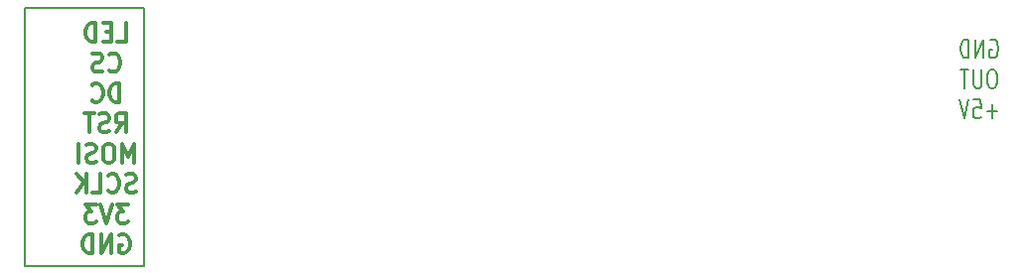
<source format=gbr>
%TF.GenerationSoftware,KiCad,Pcbnew,(6.0.10)*%
%TF.CreationDate,2023-01-15T02:07:26+01:00*%
%TF.ProjectId,obs-studio-controller,6f62732d-7374-4756-9469-6f2d636f6e74,rev?*%
%TF.SameCoordinates,Original*%
%TF.FileFunction,Legend,Bot*%
%TF.FilePolarity,Positive*%
%FSLAX46Y46*%
G04 Gerber Fmt 4.6, Leading zero omitted, Abs format (unit mm)*
G04 Created by KiCad (PCBNEW (6.0.10)) date 2023-01-15 02:07:26*
%MOMM*%
%LPD*%
G01*
G04 APERTURE LIST*
%ADD10C,0.150000*%
%ADD11C,0.200000*%
%ADD12C,0.300000*%
%ADD13C,2.100000*%
%ADD14C,1.800000*%
%ADD15O,2.300000X4.000000*%
%ADD16R,1.700000X1.700000*%
%ADD17O,1.700000X1.700000*%
%ADD18C,0.650000*%
%ADD19O,1.000000X2.100000*%
%ADD20O,1.000000X1.800000*%
G04 APERTURE END LIST*
D10*
X19250000Y-15800000D02*
X29350000Y-15800000D01*
X29350000Y-15800000D02*
X29350000Y-37800000D01*
X29350000Y-37800000D02*
X19250000Y-37800000D01*
X19250000Y-37800000D02*
X19250000Y-15800000D01*
D11*
X101514285Y-18574000D02*
X101628571Y-18497809D01*
X101800000Y-18497809D01*
X101971428Y-18574000D01*
X102085714Y-18726380D01*
X102142857Y-18878761D01*
X102200000Y-19183523D01*
X102200000Y-19412095D01*
X102142857Y-19716857D01*
X102085714Y-19869238D01*
X101971428Y-20021619D01*
X101800000Y-20097809D01*
X101685714Y-20097809D01*
X101514285Y-20021619D01*
X101457142Y-19945428D01*
X101457142Y-19412095D01*
X101685714Y-19412095D01*
X100942857Y-20097809D02*
X100942857Y-18497809D01*
X100257142Y-20097809D01*
X100257142Y-18497809D01*
X99685714Y-20097809D02*
X99685714Y-18497809D01*
X99400000Y-18497809D01*
X99228571Y-18574000D01*
X99114285Y-18726380D01*
X99057142Y-18878761D01*
X99000000Y-19183523D01*
X99000000Y-19412095D01*
X99057142Y-19716857D01*
X99114285Y-19869238D01*
X99228571Y-20021619D01*
X99400000Y-20097809D01*
X99685714Y-20097809D01*
X101800000Y-21073809D02*
X101571428Y-21073809D01*
X101457142Y-21150000D01*
X101342857Y-21302380D01*
X101285714Y-21607142D01*
X101285714Y-22140476D01*
X101342857Y-22445238D01*
X101457142Y-22597619D01*
X101571428Y-22673809D01*
X101800000Y-22673809D01*
X101914285Y-22597619D01*
X102028571Y-22445238D01*
X102085714Y-22140476D01*
X102085714Y-21607142D01*
X102028571Y-21302380D01*
X101914285Y-21150000D01*
X101800000Y-21073809D01*
X100771428Y-21073809D02*
X100771428Y-22369047D01*
X100714285Y-22521428D01*
X100657142Y-22597619D01*
X100542857Y-22673809D01*
X100314285Y-22673809D01*
X100200000Y-22597619D01*
X100142857Y-22521428D01*
X100085714Y-22369047D01*
X100085714Y-21073809D01*
X99685714Y-21073809D02*
X99000000Y-21073809D01*
X99342857Y-22673809D02*
X99342857Y-21073809D01*
X102142857Y-24640285D02*
X101228571Y-24640285D01*
X101685714Y-25249809D02*
X101685714Y-24030761D01*
X100085714Y-23649809D02*
X100657142Y-23649809D01*
X100714285Y-24411714D01*
X100657142Y-24335523D01*
X100542857Y-24259333D01*
X100257142Y-24259333D01*
X100142857Y-24335523D01*
X100085714Y-24411714D01*
X100028571Y-24564095D01*
X100028571Y-24945047D01*
X100085714Y-25097428D01*
X100142857Y-25173619D01*
X100257142Y-25249809D01*
X100542857Y-25249809D01*
X100657142Y-25173619D01*
X100714285Y-25097428D01*
X99685714Y-23649809D02*
X99285714Y-25249809D01*
X98885714Y-23649809D01*
D12*
X27114285Y-18707809D02*
X27828571Y-18707809D01*
X27828571Y-17107809D01*
X26614285Y-17869714D02*
X26114285Y-17869714D01*
X25900000Y-18707809D02*
X26614285Y-18707809D01*
X26614285Y-17107809D01*
X25900000Y-17107809D01*
X25257142Y-18707809D02*
X25257142Y-17107809D01*
X24900000Y-17107809D01*
X24685714Y-17184000D01*
X24542857Y-17336380D01*
X24471428Y-17488761D01*
X24400000Y-17793523D01*
X24400000Y-18022095D01*
X24471428Y-18326857D01*
X24542857Y-18479238D01*
X24685714Y-18631619D01*
X24900000Y-18707809D01*
X25257142Y-18707809D01*
X26400000Y-21131428D02*
X26471428Y-21207619D01*
X26685714Y-21283809D01*
X26828571Y-21283809D01*
X27042857Y-21207619D01*
X27185714Y-21055238D01*
X27257142Y-20902857D01*
X27328571Y-20598095D01*
X27328571Y-20369523D01*
X27257142Y-20064761D01*
X27185714Y-19912380D01*
X27042857Y-19760000D01*
X26828571Y-19683809D01*
X26685714Y-19683809D01*
X26471428Y-19760000D01*
X26400000Y-19836190D01*
X25828571Y-21207619D02*
X25614285Y-21283809D01*
X25257142Y-21283809D01*
X25114285Y-21207619D01*
X25042857Y-21131428D01*
X24971428Y-20979047D01*
X24971428Y-20826666D01*
X25042857Y-20674285D01*
X25114285Y-20598095D01*
X25257142Y-20521904D01*
X25542857Y-20445714D01*
X25685714Y-20369523D01*
X25757142Y-20293333D01*
X25828571Y-20140952D01*
X25828571Y-19988571D01*
X25757142Y-19836190D01*
X25685714Y-19760000D01*
X25542857Y-19683809D01*
X25185714Y-19683809D01*
X24971428Y-19760000D01*
X27292857Y-23859809D02*
X27292857Y-22259809D01*
X26935714Y-22259809D01*
X26721428Y-22336000D01*
X26578571Y-22488380D01*
X26507142Y-22640761D01*
X26435714Y-22945523D01*
X26435714Y-23174095D01*
X26507142Y-23478857D01*
X26578571Y-23631238D01*
X26721428Y-23783619D01*
X26935714Y-23859809D01*
X27292857Y-23859809D01*
X24935714Y-23707428D02*
X25007142Y-23783619D01*
X25221428Y-23859809D01*
X25364285Y-23859809D01*
X25578571Y-23783619D01*
X25721428Y-23631238D01*
X25792857Y-23478857D01*
X25864285Y-23174095D01*
X25864285Y-22945523D01*
X25792857Y-22640761D01*
X25721428Y-22488380D01*
X25578571Y-22336000D01*
X25364285Y-22259809D01*
X25221428Y-22259809D01*
X25007142Y-22336000D01*
X24935714Y-22412190D01*
X26971428Y-26435809D02*
X27471428Y-25673904D01*
X27828571Y-26435809D02*
X27828571Y-24835809D01*
X27257142Y-24835809D01*
X27114285Y-24912000D01*
X27042857Y-24988190D01*
X26971428Y-25140571D01*
X26971428Y-25369142D01*
X27042857Y-25521523D01*
X27114285Y-25597714D01*
X27257142Y-25673904D01*
X27828571Y-25673904D01*
X26400000Y-26359619D02*
X26185714Y-26435809D01*
X25828571Y-26435809D01*
X25685714Y-26359619D01*
X25614285Y-26283428D01*
X25542857Y-26131047D01*
X25542857Y-25978666D01*
X25614285Y-25826285D01*
X25685714Y-25750095D01*
X25828571Y-25673904D01*
X26114285Y-25597714D01*
X26257142Y-25521523D01*
X26328571Y-25445333D01*
X26400000Y-25292952D01*
X26400000Y-25140571D01*
X26328571Y-24988190D01*
X26257142Y-24912000D01*
X26114285Y-24835809D01*
X25757142Y-24835809D01*
X25542857Y-24912000D01*
X25114285Y-24835809D02*
X24257142Y-24835809D01*
X24685714Y-26435809D02*
X24685714Y-24835809D01*
X28507142Y-29011809D02*
X28507142Y-27411809D01*
X28007142Y-28554666D01*
X27507142Y-27411809D01*
X27507142Y-29011809D01*
X26507142Y-27411809D02*
X26221428Y-27411809D01*
X26078571Y-27488000D01*
X25935714Y-27640380D01*
X25864285Y-27945142D01*
X25864285Y-28478476D01*
X25935714Y-28783238D01*
X26078571Y-28935619D01*
X26221428Y-29011809D01*
X26507142Y-29011809D01*
X26650000Y-28935619D01*
X26792857Y-28783238D01*
X26864285Y-28478476D01*
X26864285Y-27945142D01*
X26792857Y-27640380D01*
X26650000Y-27488000D01*
X26507142Y-27411809D01*
X25292857Y-28935619D02*
X25078571Y-29011809D01*
X24721428Y-29011809D01*
X24578571Y-28935619D01*
X24507142Y-28859428D01*
X24435714Y-28707047D01*
X24435714Y-28554666D01*
X24507142Y-28402285D01*
X24578571Y-28326095D01*
X24721428Y-28249904D01*
X25007142Y-28173714D01*
X25150000Y-28097523D01*
X25221428Y-28021333D01*
X25292857Y-27868952D01*
X25292857Y-27716571D01*
X25221428Y-27564190D01*
X25150000Y-27488000D01*
X25007142Y-27411809D01*
X24650000Y-27411809D01*
X24435714Y-27488000D01*
X23792857Y-29011809D02*
X23792857Y-27411809D01*
X28685714Y-31511619D02*
X28471428Y-31587809D01*
X28114285Y-31587809D01*
X27971428Y-31511619D01*
X27900000Y-31435428D01*
X27828571Y-31283047D01*
X27828571Y-31130666D01*
X27900000Y-30978285D01*
X27971428Y-30902095D01*
X28114285Y-30825904D01*
X28400000Y-30749714D01*
X28542857Y-30673523D01*
X28614285Y-30597333D01*
X28685714Y-30444952D01*
X28685714Y-30292571D01*
X28614285Y-30140190D01*
X28542857Y-30064000D01*
X28400000Y-29987809D01*
X28042857Y-29987809D01*
X27828571Y-30064000D01*
X26328571Y-31435428D02*
X26400000Y-31511619D01*
X26614285Y-31587809D01*
X26757142Y-31587809D01*
X26971428Y-31511619D01*
X27114285Y-31359238D01*
X27185714Y-31206857D01*
X27257142Y-30902095D01*
X27257142Y-30673523D01*
X27185714Y-30368761D01*
X27114285Y-30216380D01*
X26971428Y-30064000D01*
X26757142Y-29987809D01*
X26614285Y-29987809D01*
X26400000Y-30064000D01*
X26328571Y-30140190D01*
X24971428Y-31587809D02*
X25685714Y-31587809D01*
X25685714Y-29987809D01*
X24471428Y-31587809D02*
X24471428Y-29987809D01*
X23614285Y-31587809D02*
X24257142Y-30673523D01*
X23614285Y-29987809D02*
X24471428Y-30902095D01*
X28007142Y-32563809D02*
X27078571Y-32563809D01*
X27578571Y-33173333D01*
X27364285Y-33173333D01*
X27221428Y-33249523D01*
X27150000Y-33325714D01*
X27078571Y-33478095D01*
X27078571Y-33859047D01*
X27150000Y-34011428D01*
X27221428Y-34087619D01*
X27364285Y-34163809D01*
X27792857Y-34163809D01*
X27935714Y-34087619D01*
X28007142Y-34011428D01*
X26650000Y-32563809D02*
X26150000Y-34163809D01*
X25650000Y-32563809D01*
X25292857Y-32563809D02*
X24364285Y-32563809D01*
X24864285Y-33173333D01*
X24650000Y-33173333D01*
X24507142Y-33249523D01*
X24435714Y-33325714D01*
X24364285Y-33478095D01*
X24364285Y-33859047D01*
X24435714Y-34011428D01*
X24507142Y-34087619D01*
X24650000Y-34163809D01*
X25078571Y-34163809D01*
X25221428Y-34087619D01*
X25292857Y-34011428D01*
X27292857Y-35216000D02*
X27435714Y-35139809D01*
X27650000Y-35139809D01*
X27864285Y-35216000D01*
X28007142Y-35368380D01*
X28078571Y-35520761D01*
X28150000Y-35825523D01*
X28150000Y-36054095D01*
X28078571Y-36358857D01*
X28007142Y-36511238D01*
X27864285Y-36663619D01*
X27650000Y-36739809D01*
X27507142Y-36739809D01*
X27292857Y-36663619D01*
X27221428Y-36587428D01*
X27221428Y-36054095D01*
X27507142Y-36054095D01*
X26578571Y-36739809D02*
X26578571Y-35139809D01*
X25721428Y-36739809D01*
X25721428Y-35139809D01*
X25007142Y-36739809D02*
X25007142Y-35139809D01*
X24650000Y-35139809D01*
X24435714Y-35216000D01*
X24292857Y-35368380D01*
X24221428Y-35520761D01*
X24150000Y-35825523D01*
X24150000Y-36054095D01*
X24221428Y-36358857D01*
X24292857Y-36511238D01*
X24435714Y-36663619D01*
X24650000Y-36739809D01*
X25007142Y-36739809D01*
%LPC*%
D13*
%TO.C,SW3*%
X62500000Y7500000D03*
D14*
X60000000Y0D03*
X65000000Y0D03*
X62500000Y0D03*
X60000000Y14500000D03*
X65000000Y14500000D03*
D15*
X57030000Y7500000D03*
X67970000Y7500000D03*
%TD*%
D13*
%TO.C,SW1*%
X2500000Y7500000D03*
D14*
X0Y0D03*
X5000000Y0D03*
X2500000Y0D03*
X0Y14500000D03*
X5000000Y14500000D03*
D15*
X-2970000Y7500000D03*
X7970000Y7500000D03*
%TD*%
D13*
%TO.C,SW2*%
X32500000Y7500000D03*
D14*
X30000000Y0D03*
X35000000Y0D03*
X32500000Y0D03*
X30000000Y14500000D03*
X35000000Y14500000D03*
D15*
X27030000Y7500000D03*
X37970000Y7500000D03*
%TD*%
D13*
%TO.C,SW4*%
X92500000Y7500000D03*
D14*
X90000000Y0D03*
X95000000Y0D03*
X92500000Y0D03*
X90000000Y14500000D03*
X95000000Y14500000D03*
D15*
X87030000Y7500000D03*
X97970000Y7500000D03*
%TD*%
D16*
%TO.C,J4*%
X22000000Y-35700000D03*
D17*
X22000000Y-33160000D03*
X22000000Y-30620000D03*
X22000000Y-28080000D03*
X22000000Y-25540000D03*
X22000000Y-23000000D03*
X22000000Y-20460000D03*
X22000000Y-17920000D03*
%TD*%
D16*
%TO.C,J3*%
X90000000Y-18000000D03*
D17*
X87460000Y-18000000D03*
X90000000Y-20540000D03*
X87460000Y-20540000D03*
X90000000Y-23080000D03*
X87460000Y-23080000D03*
X90000000Y-25620000D03*
X87460000Y-25620000D03*
%TD*%
D16*
%TO.C,J5*%
X4000000Y-18000000D03*
D17*
X6540000Y-18000000D03*
X4000000Y-20540000D03*
X6540000Y-20540000D03*
X4000000Y-23080000D03*
X6540000Y-23080000D03*
X4000000Y-25620000D03*
X6540000Y-25620000D03*
X4000000Y-28160000D03*
X6540000Y-28160000D03*
X4000000Y-30700000D03*
X6540000Y-30700000D03*
X4000000Y-33240000D03*
X6540000Y-33240000D03*
X4000000Y-35780000D03*
X6540000Y-35780000D03*
%TD*%
D16*
%TO.C,J7*%
X97500000Y-19350000D03*
D17*
X97500000Y-21890000D03*
X97500000Y-24430000D03*
%TD*%
D18*
%TO.C,USBC1*%
X44610000Y33690000D03*
X50390000Y33690000D03*
D19*
X51820000Y33190000D03*
D20*
X51820000Y37370000D03*
X43180000Y37370000D03*
D19*
X43180000Y33190000D03*
%TD*%
M02*

</source>
